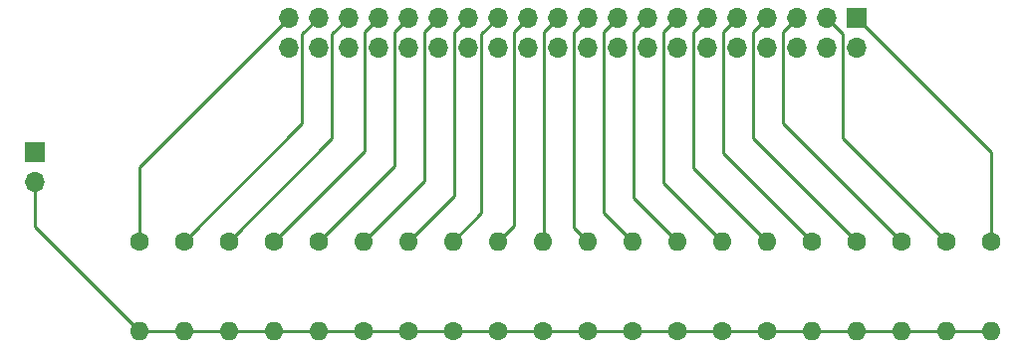
<source format=gtl>
%TF.GenerationSoftware,KiCad,Pcbnew,5.1.9-73d0e3b20d~88~ubuntu18.04.1*%
%TF.CreationDate,2021-04-04T15:33:15+02:00*%
%TF.ProjectId,resitor-substitution-board,72657369-746f-4722-9d73-756273746974,rev?*%
%TF.SameCoordinates,Original*%
%TF.FileFunction,Copper,L1,Top*%
%TF.FilePolarity,Positive*%
%FSLAX46Y46*%
G04 Gerber Fmt 4.6, Leading zero omitted, Abs format (unit mm)*
G04 Created by KiCad (PCBNEW 5.1.9-73d0e3b20d~88~ubuntu18.04.1) date 2021-04-04 15:33:15*
%MOMM*%
%LPD*%
G01*
G04 APERTURE LIST*
%TA.AperFunction,ComponentPad*%
%ADD10O,1.700000X1.700000*%
%TD*%
%TA.AperFunction,ComponentPad*%
%ADD11R,1.700000X1.700000*%
%TD*%
%TA.AperFunction,ComponentPad*%
%ADD12O,1.600000X1.600000*%
%TD*%
%TA.AperFunction,ComponentPad*%
%ADD13C,1.600000*%
%TD*%
%TA.AperFunction,Conductor*%
%ADD14C,0.250000*%
%TD*%
G04 APERTURE END LIST*
D10*
%TO.P,J2,40*%
%TO.N,Net-(J1-Pad1)*%
X100330000Y-100330000D03*
%TO.P,J2,39*%
%TO.N,Net-(J2-Pad39)*%
X100330000Y-97790000D03*
%TO.P,J2,38*%
%TO.N,Net-(J1-Pad1)*%
X102870000Y-100330000D03*
%TO.P,J2,37*%
%TO.N,Net-(J2-Pad37)*%
X102870000Y-97790000D03*
%TO.P,J2,36*%
%TO.N,Net-(J1-Pad1)*%
X105410000Y-100330000D03*
%TO.P,J2,35*%
%TO.N,Net-(J2-Pad35)*%
X105410000Y-97790000D03*
%TO.P,J2,34*%
%TO.N,Net-(J1-Pad1)*%
X107950000Y-100330000D03*
%TO.P,J2,33*%
%TO.N,Net-(J2-Pad33)*%
X107950000Y-97790000D03*
%TO.P,J2,32*%
%TO.N,Net-(J1-Pad1)*%
X110490000Y-100330000D03*
%TO.P,J2,31*%
%TO.N,Net-(J2-Pad31)*%
X110490000Y-97790000D03*
%TO.P,J2,30*%
%TO.N,Net-(J1-Pad1)*%
X113030000Y-100330000D03*
%TO.P,J2,29*%
%TO.N,Net-(J2-Pad29)*%
X113030000Y-97790000D03*
%TO.P,J2,28*%
%TO.N,Net-(J1-Pad1)*%
X115570000Y-100330000D03*
%TO.P,J2,27*%
%TO.N,Net-(J2-Pad27)*%
X115570000Y-97790000D03*
%TO.P,J2,26*%
%TO.N,Net-(J1-Pad1)*%
X118110000Y-100330000D03*
%TO.P,J2,25*%
%TO.N,Net-(J2-Pad25)*%
X118110000Y-97790000D03*
%TO.P,J2,24*%
%TO.N,Net-(J1-Pad1)*%
X120650000Y-100330000D03*
%TO.P,J2,23*%
%TO.N,Net-(J2-Pad23)*%
X120650000Y-97790000D03*
%TO.P,J2,22*%
%TO.N,Net-(J1-Pad1)*%
X123190000Y-100330000D03*
%TO.P,J2,21*%
%TO.N,Net-(J2-Pad21)*%
X123190000Y-97790000D03*
%TO.P,J2,20*%
%TO.N,Net-(J1-Pad1)*%
X125730000Y-100330000D03*
%TO.P,J2,19*%
%TO.N,Net-(J2-Pad19)*%
X125730000Y-97790000D03*
%TO.P,J2,18*%
%TO.N,Net-(J1-Pad1)*%
X128270000Y-100330000D03*
%TO.P,J2,17*%
%TO.N,Net-(J2-Pad17)*%
X128270000Y-97790000D03*
%TO.P,J2,16*%
%TO.N,Net-(J1-Pad1)*%
X130810000Y-100330000D03*
%TO.P,J2,15*%
%TO.N,Net-(J2-Pad15)*%
X130810000Y-97790000D03*
%TO.P,J2,14*%
%TO.N,Net-(J1-Pad1)*%
X133350000Y-100330000D03*
%TO.P,J2,13*%
%TO.N,Net-(J2-Pad13)*%
X133350000Y-97790000D03*
%TO.P,J2,12*%
%TO.N,Net-(J1-Pad1)*%
X135890000Y-100330000D03*
%TO.P,J2,11*%
%TO.N,Net-(J2-Pad11)*%
X135890000Y-97790000D03*
%TO.P,J2,10*%
%TO.N,Net-(J1-Pad1)*%
X138430000Y-100330000D03*
%TO.P,J2,9*%
%TO.N,Net-(J2-Pad9)*%
X138430000Y-97790000D03*
%TO.P,J2,8*%
%TO.N,Net-(J1-Pad1)*%
X140970000Y-100330000D03*
%TO.P,J2,7*%
%TO.N,Net-(J2-Pad7)*%
X140970000Y-97790000D03*
%TO.P,J2,6*%
%TO.N,Net-(J1-Pad1)*%
X143510000Y-100330000D03*
%TO.P,J2,5*%
%TO.N,Net-(J2-Pad5)*%
X143510000Y-97790000D03*
%TO.P,J2,4*%
%TO.N,Net-(J1-Pad1)*%
X146050000Y-100330000D03*
%TO.P,J2,3*%
%TO.N,Net-(J2-Pad3)*%
X146050000Y-97790000D03*
%TO.P,J2,2*%
%TO.N,Net-(J1-Pad1)*%
X148590000Y-100330000D03*
D11*
%TO.P,J2,1*%
%TO.N,Net-(J2-Pad1)*%
X148590000Y-97790000D03*
%TD*%
%TO.P,J1,1*%
%TO.N,Net-(J1-Pad1)*%
X78740000Y-109220000D03*
D10*
%TO.P,J1,2*%
%TO.N,Net-(J1-Pad2)*%
X78740000Y-111760000D03*
%TD*%
D12*
%TO.P,R1,2*%
%TO.N,Net-(J1-Pad2)*%
X160020000Y-124460000D03*
D13*
%TO.P,R1,1*%
%TO.N,Net-(J2-Pad1)*%
X160020000Y-116840000D03*
%TD*%
%TO.P,R2,1*%
%TO.N,Net-(J2-Pad3)*%
X156210000Y-116840000D03*
D12*
%TO.P,R2,2*%
%TO.N,Net-(J1-Pad2)*%
X156210000Y-124460000D03*
%TD*%
D13*
%TO.P,R3,1*%
%TO.N,Net-(J2-Pad5)*%
X152400000Y-116840000D03*
D12*
%TO.P,R3,2*%
%TO.N,Net-(J1-Pad2)*%
X152400000Y-124460000D03*
%TD*%
%TO.P,R4,2*%
%TO.N,Net-(J1-Pad2)*%
X148590000Y-124460000D03*
D13*
%TO.P,R4,1*%
%TO.N,Net-(J2-Pad7)*%
X148590000Y-116840000D03*
%TD*%
D12*
%TO.P,R5,2*%
%TO.N,Net-(J1-Pad2)*%
X144780000Y-124460000D03*
D13*
%TO.P,R5,1*%
%TO.N,Net-(J2-Pad9)*%
X144780000Y-116840000D03*
%TD*%
%TO.P,R6,1*%
%TO.N,Net-(J1-Pad2)*%
X140970000Y-124460000D03*
D12*
%TO.P,R6,2*%
%TO.N,Net-(J2-Pad11)*%
X140970000Y-116840000D03*
%TD*%
D13*
%TO.P,R7,1*%
%TO.N,Net-(J1-Pad2)*%
X137160000Y-124460000D03*
D12*
%TO.P,R7,2*%
%TO.N,Net-(J2-Pad13)*%
X137160000Y-116840000D03*
%TD*%
D13*
%TO.P,R8,1*%
%TO.N,Net-(J1-Pad2)*%
X133350000Y-124460000D03*
D12*
%TO.P,R8,2*%
%TO.N,Net-(J2-Pad15)*%
X133350000Y-116840000D03*
%TD*%
D13*
%TO.P,R9,1*%
%TO.N,Net-(J1-Pad2)*%
X129540000Y-124460000D03*
D12*
%TO.P,R9,2*%
%TO.N,Net-(J2-Pad17)*%
X129540000Y-116840000D03*
%TD*%
%TO.P,R10,2*%
%TO.N,Net-(J2-Pad19)*%
X125730000Y-116840000D03*
D13*
%TO.P,R10,1*%
%TO.N,Net-(J1-Pad2)*%
X125730000Y-124460000D03*
%TD*%
%TO.P,R11,1*%
%TO.N,Net-(J1-Pad2)*%
X121920000Y-124460000D03*
D12*
%TO.P,R11,2*%
%TO.N,Net-(J2-Pad21)*%
X121920000Y-116840000D03*
%TD*%
%TO.P,R12,2*%
%TO.N,Net-(J2-Pad23)*%
X118110000Y-116840000D03*
D13*
%TO.P,R12,1*%
%TO.N,Net-(J1-Pad2)*%
X118110000Y-124460000D03*
%TD*%
D12*
%TO.P,R13,2*%
%TO.N,Net-(J2-Pad25)*%
X114300000Y-116840000D03*
D13*
%TO.P,R13,1*%
%TO.N,Net-(J1-Pad2)*%
X114300000Y-124460000D03*
%TD*%
%TO.P,R14,1*%
%TO.N,Net-(J1-Pad2)*%
X110490000Y-124460000D03*
D12*
%TO.P,R14,2*%
%TO.N,Net-(J2-Pad27)*%
X110490000Y-116840000D03*
%TD*%
D13*
%TO.P,R15,1*%
%TO.N,Net-(J1-Pad2)*%
X106680000Y-124460000D03*
D12*
%TO.P,R15,2*%
%TO.N,Net-(J2-Pad29)*%
X106680000Y-116840000D03*
%TD*%
%TO.P,R16,2*%
%TO.N,Net-(J1-Pad2)*%
X102870000Y-124460000D03*
D13*
%TO.P,R16,1*%
%TO.N,Net-(J2-Pad31)*%
X102870000Y-116840000D03*
%TD*%
D12*
%TO.P,R17,2*%
%TO.N,Net-(J1-Pad2)*%
X99060000Y-124460000D03*
D13*
%TO.P,R17,1*%
%TO.N,Net-(J2-Pad33)*%
X99060000Y-116840000D03*
%TD*%
%TO.P,R18,1*%
%TO.N,Net-(J2-Pad35)*%
X95250000Y-116840000D03*
D12*
%TO.P,R18,2*%
%TO.N,Net-(J1-Pad2)*%
X95250000Y-124460000D03*
%TD*%
%TO.P,R19,2*%
%TO.N,Net-(J1-Pad2)*%
X91440000Y-124460000D03*
D13*
%TO.P,R19,1*%
%TO.N,Net-(J2-Pad37)*%
X91440000Y-116840000D03*
%TD*%
D12*
%TO.P,R20,2*%
%TO.N,Net-(J1-Pad2)*%
X87630000Y-124460000D03*
D13*
%TO.P,R20,1*%
%TO.N,Net-(J2-Pad39)*%
X87630000Y-116840000D03*
%TD*%
D14*
%TO.N,Net-(J1-Pad2)*%
X78740000Y-115570000D02*
X87630000Y-124460000D01*
X78740000Y-111760000D02*
X78740000Y-115570000D01*
X87630000Y-124460000D02*
X91440000Y-124460000D01*
X91440000Y-124460000D02*
X95250000Y-124460000D01*
X95250000Y-124460000D02*
X99060000Y-124460000D01*
X99060000Y-124460000D02*
X102870000Y-124460000D01*
X102870000Y-124460000D02*
X106680000Y-124460000D01*
X106680000Y-124460000D02*
X110490000Y-124460000D01*
X114300000Y-124460000D02*
X110490000Y-124460000D01*
X118110000Y-124460000D02*
X114300000Y-124460000D01*
X121920000Y-124460000D02*
X118110000Y-124460000D01*
X125730000Y-124460000D02*
X121920000Y-124460000D01*
X129540000Y-124460000D02*
X125730000Y-124460000D01*
X133350000Y-124460000D02*
X129540000Y-124460000D01*
X137160000Y-124460000D02*
X133350000Y-124460000D01*
X140970000Y-124460000D02*
X137160000Y-124460000D01*
X144780000Y-124460000D02*
X140970000Y-124460000D01*
X148590000Y-124460000D02*
X144780000Y-124460000D01*
X152400000Y-124460000D02*
X148590000Y-124460000D01*
X156210000Y-124460000D02*
X152400000Y-124460000D01*
X160020000Y-124460000D02*
X156210000Y-124460000D01*
%TO.N,Net-(J2-Pad39)*%
X87630000Y-110490000D02*
X87630000Y-116840000D01*
X100330000Y-97790000D02*
X87630000Y-110490000D01*
%TO.N,Net-(J2-Pad37)*%
X101505001Y-106774999D02*
X91440000Y-116840000D01*
X101505001Y-99154999D02*
X101505001Y-106774999D01*
X102870000Y-97790000D02*
X101505001Y-99154999D01*
%TO.N,Net-(J2-Pad35)*%
X104045001Y-108044999D02*
X95250000Y-116840000D01*
X104045001Y-99154999D02*
X104045001Y-108044999D01*
X105410000Y-97790000D02*
X104045001Y-99154999D01*
%TO.N,Net-(J2-Pad33)*%
X106774999Y-109125001D02*
X99060000Y-116840000D01*
X106774999Y-98965001D02*
X106774999Y-109125001D01*
X107950000Y-97790000D02*
X106774999Y-98965001D01*
%TO.N,Net-(J2-Pad31)*%
X109314999Y-110395001D02*
X102870000Y-116840000D01*
X109314999Y-98965001D02*
X109314999Y-110395001D01*
X110490000Y-97790000D02*
X109314999Y-98965001D01*
%TO.N,Net-(J2-Pad29)*%
X111854999Y-111665001D02*
X106680000Y-116840000D01*
X111854999Y-98965001D02*
X111854999Y-111665001D01*
X113030000Y-97790000D02*
X111854999Y-98965001D01*
%TO.N,Net-(J2-Pad27)*%
X114394999Y-112935001D02*
X110490000Y-116840000D01*
X114394999Y-98965001D02*
X114394999Y-112935001D01*
X115570000Y-97790000D02*
X114394999Y-98965001D01*
%TO.N,Net-(J2-Pad25)*%
X116745001Y-114394999D02*
X114300000Y-116840000D01*
X116745001Y-99154999D02*
X116745001Y-114394999D01*
X118110000Y-97790000D02*
X116745001Y-99154999D01*
%TO.N,Net-(J2-Pad23)*%
X119474999Y-115475001D02*
X118110000Y-116840000D01*
X119474999Y-98965001D02*
X119474999Y-115475001D01*
X120650000Y-97790000D02*
X119474999Y-98965001D01*
%TO.N,Net-(J2-Pad21)*%
X122014999Y-98965001D02*
X122014999Y-116745001D01*
X122014999Y-116745001D02*
X121920000Y-116840000D01*
X123190000Y-97790000D02*
X122014999Y-98965001D01*
%TO.N,Net-(J2-Pad19)*%
X124554999Y-115664999D02*
X125730000Y-116840000D01*
X124554999Y-98965001D02*
X124554999Y-115664999D01*
X125730000Y-97790000D02*
X124554999Y-98965001D01*
%TO.N,Net-(J2-Pad17)*%
X127094999Y-98965001D02*
X127094999Y-114394999D01*
X127094999Y-114394999D02*
X129540000Y-116840000D01*
X128270000Y-97790000D02*
X127094999Y-98965001D01*
%TO.N,Net-(J2-Pad15)*%
X129634999Y-113124999D02*
X133350000Y-116840000D01*
X129634999Y-98965001D02*
X129634999Y-113124999D01*
X130810000Y-97790000D02*
X129634999Y-98965001D01*
%TO.N,Net-(J2-Pad13)*%
X132174999Y-111854999D02*
X137160000Y-116840000D01*
X132174999Y-98965001D02*
X132174999Y-111854999D01*
X133350000Y-97790000D02*
X132174999Y-98965001D01*
%TO.N,Net-(J2-Pad11)*%
X134714999Y-110584999D02*
X140970000Y-116840000D01*
X134714999Y-98965001D02*
X134714999Y-110584999D01*
X135890000Y-97790000D02*
X134714999Y-98965001D01*
%TO.N,Net-(J2-Pad9)*%
X137254999Y-109314999D02*
X144780000Y-116840000D01*
X137254999Y-98965001D02*
X137254999Y-109314999D01*
X138430000Y-97790000D02*
X137254999Y-98965001D01*
%TO.N,Net-(J2-Pad7)*%
X139794999Y-108044999D02*
X148590000Y-116840000D01*
X139794999Y-98965001D02*
X139794999Y-108044999D01*
X140970000Y-97790000D02*
X139794999Y-98965001D01*
%TO.N,Net-(J2-Pad5)*%
X142334999Y-106774999D02*
X152400000Y-116840000D01*
X142334999Y-98965001D02*
X142334999Y-106774999D01*
X143510000Y-97790000D02*
X142334999Y-98965001D01*
%TO.N,Net-(J2-Pad3)*%
X147414999Y-99154999D02*
X147414999Y-108044999D01*
X147414999Y-108044999D02*
X156210000Y-116840000D01*
X146050000Y-97790000D02*
X147414999Y-99154999D01*
%TO.N,Net-(J2-Pad1)*%
X160020000Y-109220000D02*
X160020000Y-116840000D01*
X148590000Y-97790000D02*
X160020000Y-109220000D01*
%TD*%
M02*

</source>
